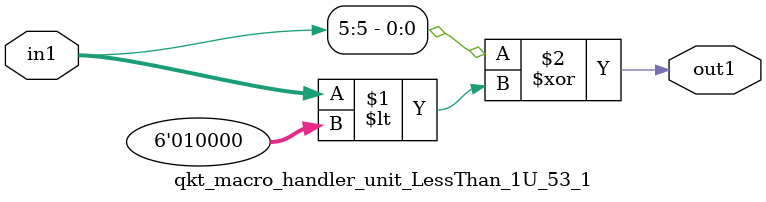
<source format=v>

`timescale 1ps / 1ps


module qkt_macro_handler_unit_LessThan_1U_53_1( in1, out1 );

    input [5:0] in1;
    output out1;

    
    // rtl_process:streamer_handler_LessThan_1U_11_1/streamer_handler_LessThan_1U_11_1_thread_1
    assign out1 = (in1[5] ^ in1 < 6'd16);

endmodule





</source>
